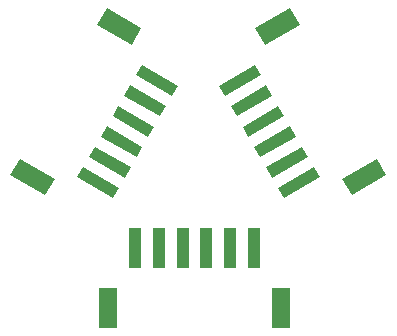
<source format=gtp>
G04 (created by PCBNEW (2013-mar-13)-testing) date Tue 14 May 2013 08:38:24 AM EDT*
%MOIN*%
G04 Gerber Fmt 3.4, Leading zero omitted, Abs format*
%FSLAX34Y34*%
G01*
G70*
G90*
G04 APERTURE LIST*
%ADD10C,0.005906*%
%ADD11R,0.039370X0.137795*%
%ADD12R,0.062992X0.133858*%
G04 APERTURE END LIST*
G54D10*
G54D11*
X110893Y-47000D03*
X110106Y-47000D03*
G54D12*
X113393Y-48988D03*
X107606Y-48988D03*
G54D11*
X109318Y-47000D03*
X108531Y-47000D03*
X111681Y-47000D03*
X112468Y-47000D03*
G54D10*
G36*
X112100Y-42943D02*
X113293Y-42254D01*
X113490Y-42595D01*
X112297Y-43284D01*
X112100Y-42943D01*
X112100Y-42943D01*
G37*
G36*
X112493Y-43625D02*
X113687Y-42936D01*
X113884Y-43277D01*
X112690Y-43966D01*
X112493Y-43625D01*
X112493Y-43625D01*
G37*
G36*
X112529Y-39672D02*
X113689Y-39002D01*
X114004Y-39548D01*
X112844Y-40217D01*
X112529Y-39672D01*
X112529Y-39672D01*
G37*
G36*
X115423Y-44684D02*
X116582Y-44014D01*
X116897Y-44560D01*
X115738Y-45229D01*
X115423Y-44684D01*
X115423Y-44684D01*
G37*
G36*
X112887Y-44307D02*
X114080Y-43618D01*
X114277Y-43959D01*
X113084Y-44648D01*
X112887Y-44307D01*
X112887Y-44307D01*
G37*
G36*
X113281Y-44989D02*
X114474Y-44300D01*
X114671Y-44641D01*
X113478Y-45329D01*
X113281Y-44989D01*
X113281Y-44989D01*
G37*
G36*
X111706Y-42261D02*
X112899Y-41572D01*
X113096Y-41913D01*
X111903Y-42602D01*
X111706Y-42261D01*
X111706Y-42261D01*
G37*
G36*
X111312Y-41579D02*
X112506Y-40890D01*
X112702Y-41231D01*
X111509Y-41920D01*
X111312Y-41579D01*
X111312Y-41579D01*
G37*
G36*
X108569Y-43966D02*
X107375Y-43277D01*
X107572Y-42936D01*
X108765Y-43625D01*
X108569Y-43966D01*
X108569Y-43966D01*
G37*
G36*
X108962Y-43284D02*
X107769Y-42595D01*
X107966Y-42254D01*
X109159Y-42943D01*
X108962Y-43284D01*
X108962Y-43284D01*
G37*
G36*
X105521Y-45229D02*
X104361Y-44560D01*
X104676Y-44014D01*
X105836Y-44684D01*
X105521Y-45229D01*
X105521Y-45229D01*
G37*
G36*
X108414Y-40217D02*
X107255Y-39548D01*
X107570Y-39002D01*
X108729Y-39672D01*
X108414Y-40217D01*
X108414Y-40217D01*
G37*
G36*
X109356Y-42602D02*
X108163Y-41913D01*
X108360Y-41572D01*
X109553Y-42261D01*
X109356Y-42602D01*
X109356Y-42602D01*
G37*
G36*
X109750Y-41920D02*
X108556Y-41231D01*
X108753Y-40890D01*
X109947Y-41579D01*
X109750Y-41920D01*
X109750Y-41920D01*
G37*
G36*
X108175Y-44648D02*
X106982Y-43959D01*
X107178Y-43618D01*
X108372Y-44307D01*
X108175Y-44648D01*
X108175Y-44648D01*
G37*
G36*
X107781Y-45329D02*
X106588Y-44641D01*
X106785Y-44300D01*
X107978Y-44989D01*
X107781Y-45329D01*
X107781Y-45329D01*
G37*
M02*

</source>
